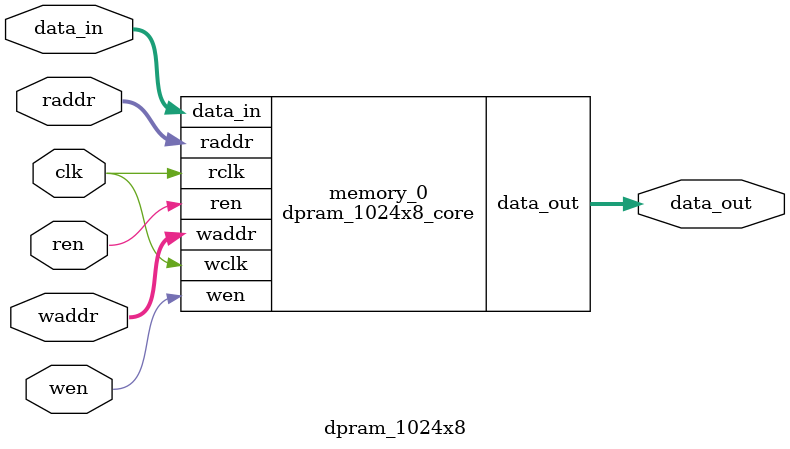
<source format=v>
module dpram_1024x8_core (
  input wclk,
  input wen,
  input [9:0] waddr,
  input [7:0] data_in,
  input rclk,
  input ren,
  input [9:0] raddr,
  output [7:0] data_out );

  reg [7:0] ram[1023:0];
  reg [7:0] internal;

  assign data_out = internal;

  always @(posedge wclk) begin
    if(wen) begin
      ram[waddr] <= data_in;
    end
  end

  always @(posedge rclk) begin
    if(ren) begin
      internal <= ram[raddr];
    end
  end

endmodule

//-----------------------------
// Dual-port RAM 1024x8 bit (8Kbit) wrapper
// where the read clock and write clock
// are combined to a unified clock
//-----------------------------
module dpram_1024x8 (
  input clk,
  input wen,
  input ren,
  input [9:0] waddr,
  input [9:0] raddr,
  input [7:0] data_in,
  output [7:0] data_out );

    dpram_1024x8_core memory_0 (
      .wclk    (clk),
      .wen    (wen),
      .waddr    (waddr),
      .data_in  (data_in),
      .rclk    (clk),
      .ren    (ren),
      .raddr    (raddr),
      .data_out    (data_out) );

endmodule


</source>
